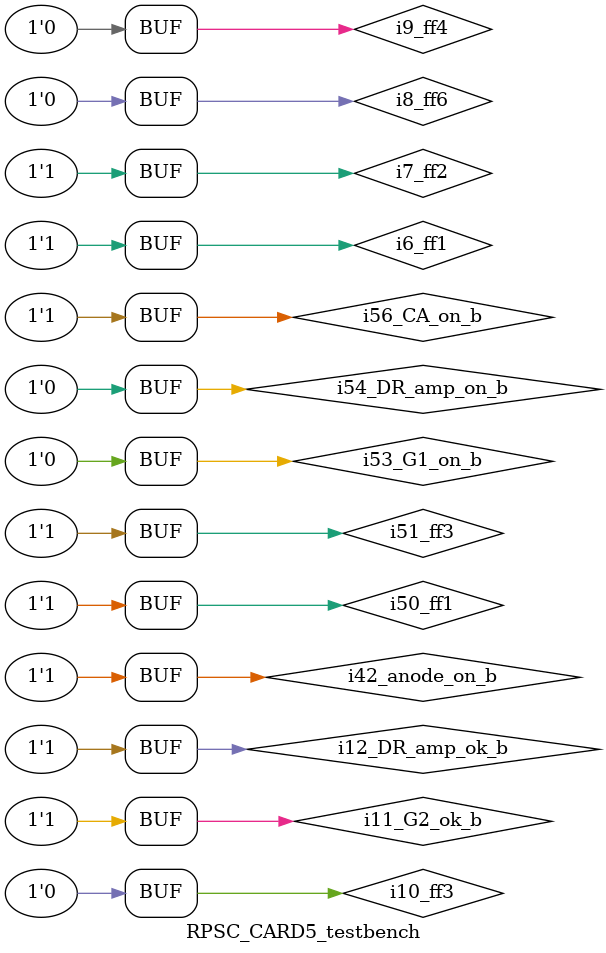
<source format=sv>
`timescale 1ns/10ps

module RPSC_CARD5 (i11_G2_ok_b, i12_DR_amp_ok_b, i10_ff3, i9_ff4, i8_ff6, i7_ff2, i6_ff1, 
                     i50_ff1, i51_ff3, i53_G1_on_b, i54_DR_amp_on_b, i56_CA_on_b, i42_anode_on_b,
			o16_RF_perm_b, o14_RF_perm_b_38in, o13_alarm_b, o47_RF_red_b_27in, o59_RF_red_b) ;
	input logic i11_G2_ok_b, i12_DR_amp_ok_b, i10_ff3, i9_ff4, i8_ff6,i7_ff2, i6_ff1;
					
	input logic i50_ff1, i51_ff3, i53_G1_on_b, i54_DR_amp_on_b, i56_CA_on_b, i42_anode_on_b;
					
	output logic o16_RF_perm_b, o14_RF_perm_b_38in,o13_alarm_b, o47_RF_red_b_27in, o59_RF_red_b;
	
	logic RF_perm_b_inv;
	logic ff_or_out2, nor_out;
	
	//Circuit 1 
	assign o13_alarm_b = (i10_ff3 | i9_ff4 | i8_ff6 | i7_ff2 | i6_ff1);
	assign o16_RF_perm_b = (i11_G2_ok_b | i12_DR_amp_ok_b | o13_alarm_b);
	assign RF_perm_b_inv = ~o16_RF_perm_b;
	assign o14_RF_perm_b_38in = ~RF_perm_b_inv;
	
	//Circuit 2
	assign ff_or_out2 = i50_ff1 | i51_ff3;
	assign nor_out = ~(ff_or_out2 | i53_G1_on_b | i54_DR_amp_on_b | i56_CA_on_b);
	assign o59_RF_red_b = ~(nor_out & i42_anode_on_b);
							
	assign o47_RF_red_b_27in = o59_RF_red_b;
	
endmodule

module RPSC_CARD5_testbench(); 
  
  logic i11_G2_ok_b, i12_DR_amp_ok_b, i10_ff3, i9_ff4, i8_ff6, i7_ff2, i6_ff1;
  logic i50_ff1, i51_ff3, i53_G1_on_b, i54_DR_amp_on_b, i56_CA_on_b, i42_anode_on_b;
  logic o16_RF_perm_b, o14_RF_perm_b_38in, o13_alarm_b, o47_RF_red_b_27in, o59_RF_red_b; 
	  
  RPSC_CARD5 dut (i11_G2_ok_b, i12_DR_amp_ok_b, i10_ff3, i9_ff4, i8_ff6, i7_ff2, i6_ff1, 
                  i50_ff1, i51_ff3, i53_G1_on_b, i54_DR_amp_on_b, i56_CA_on_b, i42_anode_on_b,
		  o16_RF_perm_b, o14_RF_perm_b_38in, o13_alarm_b, o47_RF_red_b_27in, o59_RF_red_b) ;   
   
  initial begin   
   
    i11_G2_ok_b=0; i12_DR_amp_ok_b=0; i10_ff3=0; i9_ff4=0; i8_ff6=0; i7_ff2=0; i6_ff1=0; 
    i50_ff1=0; i51_ff3=0; i53_G1_on_b=0; i54_DR_amp_on_b=0; i56_CA_on_b=0; i42_anode_on_b=0; #10;
    
    i11_G2_ok_b=0; i12_DR_amp_ok_b=1; i10_ff3=0; i9_ff4=0; i8_ff6=0; i7_ff2=0; i6_ff1=1; 
    i50_ff1=0; i51_ff3=1; i53_G1_on_b=0; i54_DR_amp_on_b=0; i56_CA_on_b=0; i42_anode_on_b=1; #10;
    
    i11_G2_ok_b=1; i12_DR_amp_ok_b=0; i10_ff3=0; i9_ff4=0; i8_ff6=0; i7_ff2=1; i6_ff1=0; 
    i50_ff1=1; i51_ff3=0; i53_G1_on_b=0; i54_DR_amp_on_b=0; i56_CA_on_b=1; i42_anode_on_b=0; #10;
    
    i11_G2_ok_b=1; i12_DR_amp_ok_b=1; i10_ff3=0; i9_ff4=0; i8_ff6=0; i7_ff2=1; i6_ff1=1; 
    i50_ff1=1; i51_ff3=1; i53_G1_on_b=0; i54_DR_amp_on_b=0; i56_CA_on_b=1; i42_anode_on_b=1; #10;
	 
  end   
endmodule 

</source>
